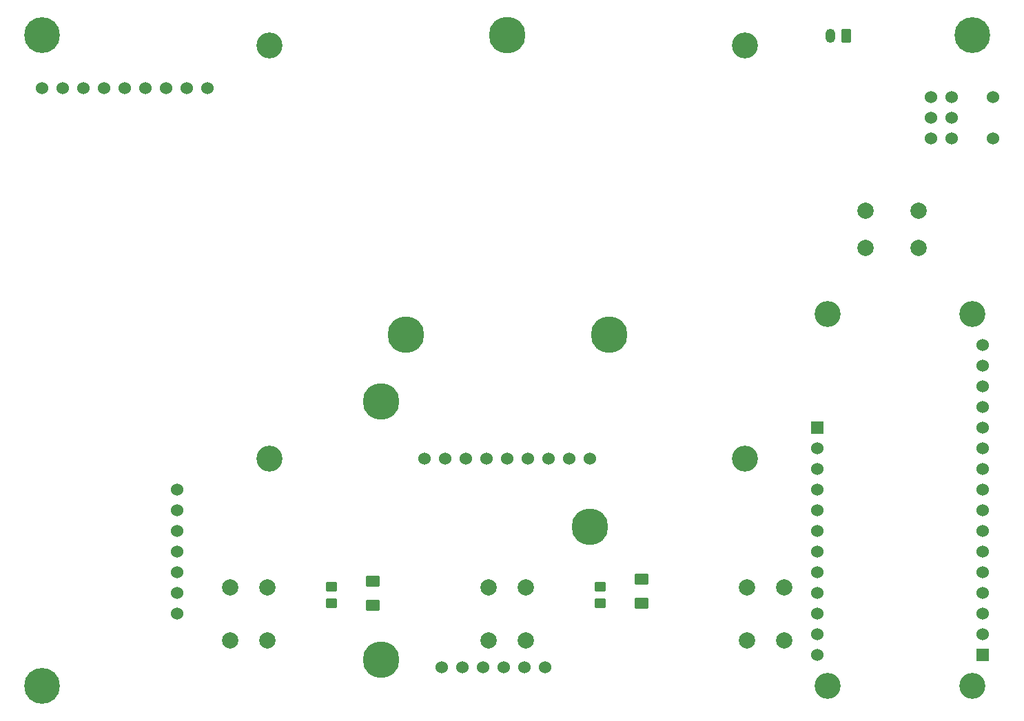
<source format=gts>
%TF.GenerationSoftware,KiCad,Pcbnew,6.0.1+dfsg-1*%
%TF.CreationDate,2022-03-07T03:58:00+00:00*%
%TF.ProjectId,st_pat,73745f70-6174-42e6-9b69-6361645f7063,rev?*%
%TF.SameCoordinates,Original*%
%TF.FileFunction,Soldermask,Top*%
%TF.FilePolarity,Negative*%
%FSLAX46Y46*%
G04 Gerber Fmt 4.6, Leading zero omitted, Abs format (unit mm)*
G04 Created by KiCad (PCBNEW 6.0.1+dfsg-1) date 2022-03-07 03:58:00*
%MOMM*%
%LPD*%
G01*
G04 APERTURE LIST*
G04 Aperture macros list*
%AMRoundRect*
0 Rectangle with rounded corners*
0 $1 Rounding radius*
0 $2 $3 $4 $5 $6 $7 $8 $9 X,Y pos of 4 corners*
0 Add a 4 corners polygon primitive as box body*
4,1,4,$2,$3,$4,$5,$6,$7,$8,$9,$2,$3,0*
0 Add four circle primitives for the rounded corners*
1,1,$1+$1,$2,$3*
1,1,$1+$1,$4,$5*
1,1,$1+$1,$6,$7*
1,1,$1+$1,$8,$9*
0 Add four rect primitives between the rounded corners*
20,1,$1+$1,$2,$3,$4,$5,0*
20,1,$1+$1,$4,$5,$6,$7,0*
20,1,$1+$1,$6,$7,$8,$9,0*
20,1,$1+$1,$8,$9,$2,$3,0*%
G04 Aperture macros list end*
%ADD10RoundRect,0.250000X0.450000X-0.350000X0.450000X0.350000X-0.450000X0.350000X-0.450000X-0.350000X0*%
%ADD11RoundRect,0.250001X0.624999X-0.462499X0.624999X0.462499X-0.624999X0.462499X-0.624999X-0.462499X0*%
%ADD12C,2.000000*%
%ADD13C,3.200000*%
%ADD14C,1.530000*%
%ADD15C,4.400000*%
%ADD16C,1.524000*%
%ADD17C,4.500000*%
%ADD18RoundRect,0.250000X0.350000X0.625000X-0.350000X0.625000X-0.350000X-0.625000X0.350000X-0.625000X0*%
%ADD19O,1.200000X1.750000*%
%ADD20R,1.530000X1.530000*%
G04 APERTURE END LIST*
D10*
X124160000Y-133290000D03*
X124160000Y-131290000D03*
D11*
X129240000Y-133507500D03*
X129240000Y-130532500D03*
D12*
X143464000Y-131362000D03*
X143464000Y-137862000D03*
X147964000Y-131362000D03*
X147964000Y-137862000D03*
D11*
X162260000Y-133290000D03*
X162260000Y-130315000D03*
D12*
X111714000Y-137862000D03*
X111714000Y-131362000D03*
X116214000Y-137862000D03*
X116214000Y-131362000D03*
D10*
X157180000Y-133290000D03*
X157180000Y-131290000D03*
D13*
X174960000Y-115510000D03*
X116540000Y-115510000D03*
X174960000Y-64710000D03*
X116540000Y-64710000D03*
D14*
X155910000Y-115510000D03*
X153370000Y-115510000D03*
X150830000Y-115510000D03*
X148290000Y-115510000D03*
X145750000Y-115510000D03*
X143210000Y-115510000D03*
X140670000Y-115510000D03*
X138130000Y-115510000D03*
X135590000Y-115510000D03*
D12*
X189744000Y-85066000D03*
X196244000Y-85066000D03*
X196244000Y-89566000D03*
X189744000Y-89566000D03*
D14*
X88600000Y-69949000D03*
X91140000Y-69949000D03*
X93680000Y-69949000D03*
X96220000Y-69949000D03*
X98760000Y-69949000D03*
X101300000Y-69949000D03*
X103840000Y-69949000D03*
X106380000Y-69949000D03*
X108920000Y-69949000D03*
D12*
X175214000Y-137862000D03*
X175214000Y-131362000D03*
X179714000Y-131362000D03*
X179714000Y-137862000D03*
D15*
X202900000Y-63440000D03*
X88600000Y-143450000D03*
X88600000Y-63440000D03*
D16*
X205440000Y-71060000D03*
X205440000Y-76140000D03*
X197820000Y-71060000D03*
X197820000Y-73600000D03*
X197820000Y-76140000D03*
X200360000Y-71060000D03*
X200360000Y-73600000D03*
X200360000Y-76140000D03*
D17*
X145750000Y-63440000D03*
X155874000Y-123857000D03*
X130220000Y-108490000D03*
X130220000Y-140240000D03*
X158250000Y-100240000D03*
X133250000Y-100240000D03*
D16*
X150370000Y-141145000D03*
X147830000Y-141145000D03*
X145290000Y-141145000D03*
X142750000Y-141145000D03*
X140210000Y-141145000D03*
X137670000Y-141145000D03*
D18*
X187390000Y-63530000D03*
D19*
X185390000Y-63530000D03*
D13*
X185120000Y-97730000D03*
X202900000Y-97730000D03*
X202900000Y-143450000D03*
X185120000Y-143450000D03*
D20*
X204170000Y-139640000D03*
D14*
X204170000Y-137100000D03*
X204170000Y-134560000D03*
X204170000Y-132020000D03*
X204170000Y-129480000D03*
X204170000Y-126940000D03*
X204170000Y-124400000D03*
X204170000Y-121860000D03*
X204170000Y-119320000D03*
X204170000Y-116780000D03*
X204170000Y-114240000D03*
X204170000Y-111700000D03*
X204170000Y-109160000D03*
X204170000Y-106620000D03*
X204170000Y-104080000D03*
X204170000Y-101540000D03*
D20*
X183850000Y-111700000D03*
D14*
X183850000Y-114240000D03*
X183850000Y-116780000D03*
X183850000Y-119320000D03*
X183850000Y-121860000D03*
X183850000Y-124400000D03*
X183850000Y-126940000D03*
X183850000Y-129480000D03*
X183850000Y-132020000D03*
X183850000Y-134560000D03*
X183850000Y-137100000D03*
X183850000Y-139640000D03*
X105205000Y-119320000D03*
X105205000Y-121860000D03*
X105205000Y-124400000D03*
X105205000Y-126940000D03*
X105205000Y-129480000D03*
X105205000Y-132020000D03*
X105205000Y-134560000D03*
M02*

</source>
